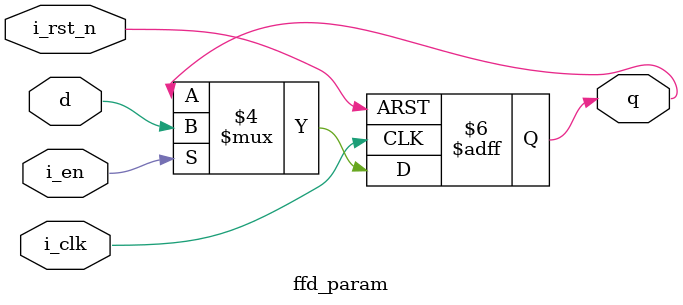
<source format=v>

module ffd_param #(parameter LENGTH=1)(
	//inputs
	input i_clk,
	input i_rst_n,
	input i_en,
	input [LENGTH-1:0] d,
	//outputs
	output reg[LENGTH-1:0] q
);

//Parametrized flip flop with synchronous reset and enable signal
always@(posedge i_clk, negedge i_rst_n)
begin
	if(!i_rst_n)
		q <= 0;
	else if(i_en)
		q <= d;
	else
		q <= q;
end

endmodule
</source>
